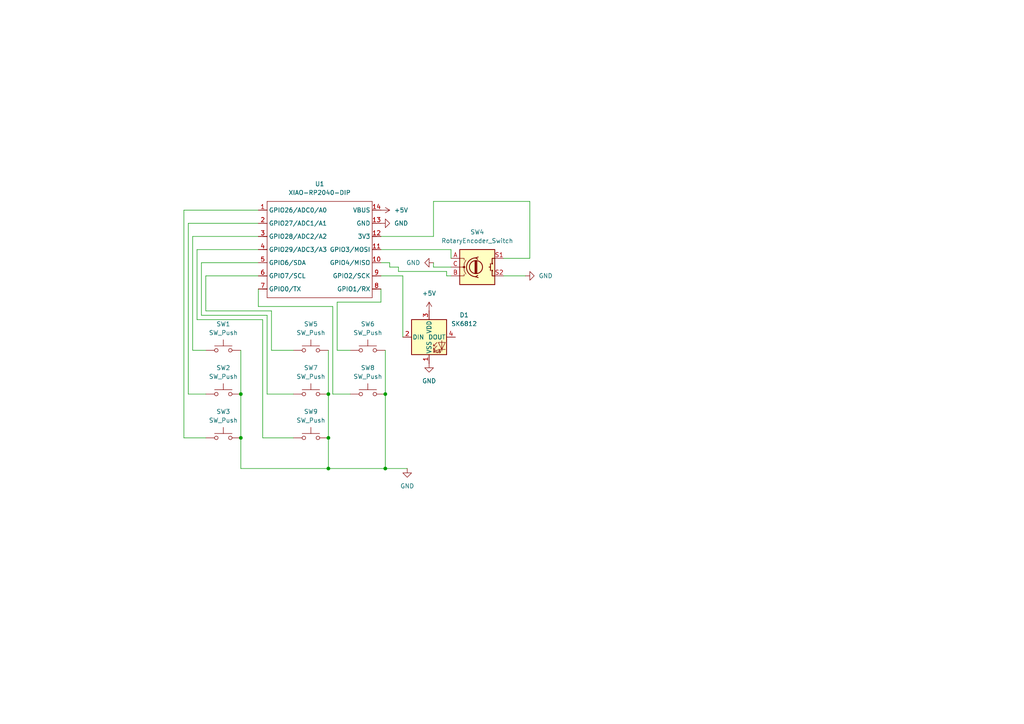
<source format=kicad_sch>
(kicad_sch
	(version 20250114)
	(generator "eeschema")
	(generator_version "9.0")
	(uuid "633350a2-a536-445d-9605-1b51355e1d40")
	(paper "A4")
	(lib_symbols
		(symbol "Device:RotaryEncoder_Switch"
			(pin_names
				(offset 0.254)
				(hide yes)
			)
			(exclude_from_sim no)
			(in_bom yes)
			(on_board yes)
			(property "Reference" "SW"
				(at 0 6.604 0)
				(effects
					(font
						(size 1.27 1.27)
					)
				)
			)
			(property "Value" "RotaryEncoder_Switch"
				(at 0 -6.604 0)
				(effects
					(font
						(size 1.27 1.27)
					)
				)
			)
			(property "Footprint" ""
				(at -3.81 4.064 0)
				(effects
					(font
						(size 1.27 1.27)
					)
					(hide yes)
				)
			)
			(property "Datasheet" "~"
				(at 0 6.604 0)
				(effects
					(font
						(size 1.27 1.27)
					)
					(hide yes)
				)
			)
			(property "Description" "Rotary encoder, dual channel, incremental quadrate outputs, with switch"
				(at 0 0 0)
				(effects
					(font
						(size 1.27 1.27)
					)
					(hide yes)
				)
			)
			(property "ki_keywords" "rotary switch encoder switch push button"
				(at 0 0 0)
				(effects
					(font
						(size 1.27 1.27)
					)
					(hide yes)
				)
			)
			(property "ki_fp_filters" "RotaryEncoder*Switch*"
				(at 0 0 0)
				(effects
					(font
						(size 1.27 1.27)
					)
					(hide yes)
				)
			)
			(symbol "RotaryEncoder_Switch_0_1"
				(rectangle
					(start -5.08 5.08)
					(end 5.08 -5.08)
					(stroke
						(width 0.254)
						(type default)
					)
					(fill
						(type background)
					)
				)
				(polyline
					(pts
						(xy -5.08 2.54) (xy -3.81 2.54) (xy -3.81 2.032)
					)
					(stroke
						(width 0)
						(type default)
					)
					(fill
						(type none)
					)
				)
				(polyline
					(pts
						(xy -5.08 0) (xy -3.81 0) (xy -3.81 -1.016) (xy -3.302 -2.032)
					)
					(stroke
						(width 0)
						(type default)
					)
					(fill
						(type none)
					)
				)
				(polyline
					(pts
						(xy -5.08 -2.54) (xy -3.81 -2.54) (xy -3.81 -2.032)
					)
					(stroke
						(width 0)
						(type default)
					)
					(fill
						(type none)
					)
				)
				(polyline
					(pts
						(xy -4.318 0) (xy -3.81 0) (xy -3.81 1.016) (xy -3.302 2.032)
					)
					(stroke
						(width 0)
						(type default)
					)
					(fill
						(type none)
					)
				)
				(circle
					(center -3.81 0)
					(radius 0.254)
					(stroke
						(width 0)
						(type default)
					)
					(fill
						(type outline)
					)
				)
				(polyline
					(pts
						(xy -0.635 -1.778) (xy -0.635 1.778)
					)
					(stroke
						(width 0.254)
						(type default)
					)
					(fill
						(type none)
					)
				)
				(circle
					(center -0.381 0)
					(radius 1.905)
					(stroke
						(width 0.254)
						(type default)
					)
					(fill
						(type none)
					)
				)
				(polyline
					(pts
						(xy -0.381 -1.778) (xy -0.381 1.778)
					)
					(stroke
						(width 0.254)
						(type default)
					)
					(fill
						(type none)
					)
				)
				(arc
					(start -0.381 -2.794)
					(mid -3.0988 -0.0635)
					(end -0.381 2.667)
					(stroke
						(width 0.254)
						(type default)
					)
					(fill
						(type none)
					)
				)
				(polyline
					(pts
						(xy -0.127 1.778) (xy -0.127 -1.778)
					)
					(stroke
						(width 0.254)
						(type default)
					)
					(fill
						(type none)
					)
				)
				(polyline
					(pts
						(xy 0.254 2.921) (xy -0.508 2.667) (xy 0.127 2.286)
					)
					(stroke
						(width 0.254)
						(type default)
					)
					(fill
						(type none)
					)
				)
				(polyline
					(pts
						(xy 0.254 -3.048) (xy -0.508 -2.794) (xy 0.127 -2.413)
					)
					(stroke
						(width 0.254)
						(type default)
					)
					(fill
						(type none)
					)
				)
				(polyline
					(pts
						(xy 3.81 1.016) (xy 3.81 -1.016)
					)
					(stroke
						(width 0.254)
						(type default)
					)
					(fill
						(type none)
					)
				)
				(polyline
					(pts
						(xy 3.81 0) (xy 3.429 0)
					)
					(stroke
						(width 0.254)
						(type default)
					)
					(fill
						(type none)
					)
				)
				(circle
					(center 4.318 1.016)
					(radius 0.127)
					(stroke
						(width 0.254)
						(type default)
					)
					(fill
						(type none)
					)
				)
				(circle
					(center 4.318 -1.016)
					(radius 0.127)
					(stroke
						(width 0.254)
						(type default)
					)
					(fill
						(type none)
					)
				)
				(polyline
					(pts
						(xy 5.08 2.54) (xy 4.318 2.54) (xy 4.318 1.016)
					)
					(stroke
						(width 0.254)
						(type default)
					)
					(fill
						(type none)
					)
				)
				(polyline
					(pts
						(xy 5.08 -2.54) (xy 4.318 -2.54) (xy 4.318 -1.016)
					)
					(stroke
						(width 0.254)
						(type default)
					)
					(fill
						(type none)
					)
				)
			)
			(symbol "RotaryEncoder_Switch_1_1"
				(pin passive line
					(at -7.62 2.54 0)
					(length 2.54)
					(name "A"
						(effects
							(font
								(size 1.27 1.27)
							)
						)
					)
					(number "A"
						(effects
							(font
								(size 1.27 1.27)
							)
						)
					)
				)
				(pin passive line
					(at -7.62 0 0)
					(length 2.54)
					(name "C"
						(effects
							(font
								(size 1.27 1.27)
							)
						)
					)
					(number "C"
						(effects
							(font
								(size 1.27 1.27)
							)
						)
					)
				)
				(pin passive line
					(at -7.62 -2.54 0)
					(length 2.54)
					(name "B"
						(effects
							(font
								(size 1.27 1.27)
							)
						)
					)
					(number "B"
						(effects
							(font
								(size 1.27 1.27)
							)
						)
					)
				)
				(pin passive line
					(at 7.62 2.54 180)
					(length 2.54)
					(name "S1"
						(effects
							(font
								(size 1.27 1.27)
							)
						)
					)
					(number "S1"
						(effects
							(font
								(size 1.27 1.27)
							)
						)
					)
				)
				(pin passive line
					(at 7.62 -2.54 180)
					(length 2.54)
					(name "S2"
						(effects
							(font
								(size 1.27 1.27)
							)
						)
					)
					(number "S2"
						(effects
							(font
								(size 1.27 1.27)
							)
						)
					)
				)
			)
			(embedded_fonts no)
		)
		(symbol "LED:SK6812"
			(pin_names
				(offset 0.254)
			)
			(exclude_from_sim no)
			(in_bom yes)
			(on_board yes)
			(property "Reference" "D"
				(at 5.08 5.715 0)
				(effects
					(font
						(size 1.27 1.27)
					)
					(justify right bottom)
				)
			)
			(property "Value" "SK6812"
				(at 1.27 -5.715 0)
				(effects
					(font
						(size 1.27 1.27)
					)
					(justify left top)
				)
			)
			(property "Footprint" "LED_SMD:LED_SK6812_PLCC4_5.0x5.0mm_P3.2mm"
				(at 1.27 -7.62 0)
				(effects
					(font
						(size 1.27 1.27)
					)
					(justify left top)
					(hide yes)
				)
			)
			(property "Datasheet" "https://cdn-shop.adafruit.com/product-files/1138/SK6812+LED+datasheet+.pdf"
				(at 2.54 -9.525 0)
				(effects
					(font
						(size 1.27 1.27)
					)
					(justify left top)
					(hide yes)
				)
			)
			(property "Description" "RGB LED with integrated controller"
				(at 0 0 0)
				(effects
					(font
						(size 1.27 1.27)
					)
					(hide yes)
				)
			)
			(property "ki_keywords" "RGB LED NeoPixel addressable"
				(at 0 0 0)
				(effects
					(font
						(size 1.27 1.27)
					)
					(hide yes)
				)
			)
			(property "ki_fp_filters" "LED*SK6812*PLCC*5.0x5.0mm*P3.2mm*"
				(at 0 0 0)
				(effects
					(font
						(size 1.27 1.27)
					)
					(hide yes)
				)
			)
			(symbol "SK6812_0_0"
				(text "RGB"
					(at 2.286 -4.191 0)
					(effects
						(font
							(size 0.762 0.762)
						)
					)
				)
			)
			(symbol "SK6812_0_1"
				(polyline
					(pts
						(xy 1.27 -2.54) (xy 1.778 -2.54)
					)
					(stroke
						(width 0)
						(type default)
					)
					(fill
						(type none)
					)
				)
				(polyline
					(pts
						(xy 1.27 -3.556) (xy 1.778 -3.556)
					)
					(stroke
						(width 0)
						(type default)
					)
					(fill
						(type none)
					)
				)
				(polyline
					(pts
						(xy 2.286 -1.524) (xy 1.27 -2.54) (xy 1.27 -2.032)
					)
					(stroke
						(width 0)
						(type default)
					)
					(fill
						(type none)
					)
				)
				(polyline
					(pts
						(xy 2.286 -2.54) (xy 1.27 -3.556) (xy 1.27 -3.048)
					)
					(stroke
						(width 0)
						(type default)
					)
					(fill
						(type none)
					)
				)
				(polyline
					(pts
						(xy 3.683 -1.016) (xy 3.683 -3.556) (xy 3.683 -4.064)
					)
					(stroke
						(width 0)
						(type default)
					)
					(fill
						(type none)
					)
				)
				(polyline
					(pts
						(xy 4.699 -1.524) (xy 2.667 -1.524) (xy 3.683 -3.556) (xy 4.699 -1.524)
					)
					(stroke
						(width 0)
						(type default)
					)
					(fill
						(type none)
					)
				)
				(polyline
					(pts
						(xy 4.699 -3.556) (xy 2.667 -3.556)
					)
					(stroke
						(width 0)
						(type default)
					)
					(fill
						(type none)
					)
				)
				(rectangle
					(start 5.08 5.08)
					(end -5.08 -5.08)
					(stroke
						(width 0.254)
						(type default)
					)
					(fill
						(type background)
					)
				)
			)
			(symbol "SK6812_1_1"
				(pin input line
					(at -7.62 0 0)
					(length 2.54)
					(name "DIN"
						(effects
							(font
								(size 1.27 1.27)
							)
						)
					)
					(number "2"
						(effects
							(font
								(size 1.27 1.27)
							)
						)
					)
				)
				(pin power_in line
					(at 0 7.62 270)
					(length 2.54)
					(name "VDD"
						(effects
							(font
								(size 1.27 1.27)
							)
						)
					)
					(number "3"
						(effects
							(font
								(size 1.27 1.27)
							)
						)
					)
				)
				(pin power_in line
					(at 0 -7.62 90)
					(length 2.54)
					(name "VSS"
						(effects
							(font
								(size 1.27 1.27)
							)
						)
					)
					(number "1"
						(effects
							(font
								(size 1.27 1.27)
							)
						)
					)
				)
				(pin output line
					(at 7.62 0 180)
					(length 2.54)
					(name "DOUT"
						(effects
							(font
								(size 1.27 1.27)
							)
						)
					)
					(number "4"
						(effects
							(font
								(size 1.27 1.27)
							)
						)
					)
				)
			)
			(embedded_fonts no)
		)
		(symbol "OPL:XIAO-RP2040-DIP"
			(exclude_from_sim no)
			(in_bom yes)
			(on_board yes)
			(property "Reference" "U"
				(at 0 0 0)
				(effects
					(font
						(size 1.27 1.27)
					)
				)
			)
			(property "Value" "XIAO-RP2040-DIP"
				(at 5.334 -1.778 0)
				(effects
					(font
						(size 1.27 1.27)
					)
				)
			)
			(property "Footprint" "Module:MOUDLE14P-XIAO-DIP-SMD"
				(at 14.478 -32.258 0)
				(effects
					(font
						(size 1.27 1.27)
					)
					(hide yes)
				)
			)
			(property "Datasheet" ""
				(at 0 0 0)
				(effects
					(font
						(size 1.27 1.27)
					)
					(hide yes)
				)
			)
			(property "Description" ""
				(at 0 0 0)
				(effects
					(font
						(size 1.27 1.27)
					)
					(hide yes)
				)
			)
			(symbol "XIAO-RP2040-DIP_1_0"
				(polyline
					(pts
						(xy -1.27 -2.54) (xy 29.21 -2.54)
					)
					(stroke
						(width 0.1524)
						(type solid)
					)
					(fill
						(type none)
					)
				)
				(polyline
					(pts
						(xy -1.27 -5.08) (xy -2.54 -5.08)
					)
					(stroke
						(width 0.1524)
						(type solid)
					)
					(fill
						(type none)
					)
				)
				(polyline
					(pts
						(xy -1.27 -5.08) (xy -1.27 -2.54)
					)
					(stroke
						(width 0.1524)
						(type solid)
					)
					(fill
						(type none)
					)
				)
				(polyline
					(pts
						(xy -1.27 -8.89) (xy -2.54 -8.89)
					)
					(stroke
						(width 0.1524)
						(type solid)
					)
					(fill
						(type none)
					)
				)
				(polyline
					(pts
						(xy -1.27 -8.89) (xy -1.27 -5.08)
					)
					(stroke
						(width 0.1524)
						(type solid)
					)
					(fill
						(type none)
					)
				)
				(polyline
					(pts
						(xy -1.27 -12.7) (xy -2.54 -12.7)
					)
					(stroke
						(width 0.1524)
						(type solid)
					)
					(fill
						(type none)
					)
				)
				(polyline
					(pts
						(xy -1.27 -12.7) (xy -1.27 -8.89)
					)
					(stroke
						(width 0.1524)
						(type solid)
					)
					(fill
						(type none)
					)
				)
				(polyline
					(pts
						(xy -1.27 -16.51) (xy -2.54 -16.51)
					)
					(stroke
						(width 0.1524)
						(type solid)
					)
					(fill
						(type none)
					)
				)
				(polyline
					(pts
						(xy -1.27 -16.51) (xy -1.27 -12.7)
					)
					(stroke
						(width 0.1524)
						(type solid)
					)
					(fill
						(type none)
					)
				)
				(polyline
					(pts
						(xy -1.27 -20.32) (xy -2.54 -20.32)
					)
					(stroke
						(width 0.1524)
						(type solid)
					)
					(fill
						(type none)
					)
				)
				(polyline
					(pts
						(xy -1.27 -24.13) (xy -2.54 -24.13)
					)
					(stroke
						(width 0.1524)
						(type solid)
					)
					(fill
						(type none)
					)
				)
				(polyline
					(pts
						(xy -1.27 -27.94) (xy -2.54 -27.94)
					)
					(stroke
						(width 0.1524)
						(type solid)
					)
					(fill
						(type none)
					)
				)
				(polyline
					(pts
						(xy -1.27 -30.48) (xy -1.27 -16.51)
					)
					(stroke
						(width 0.1524)
						(type solid)
					)
					(fill
						(type none)
					)
				)
				(polyline
					(pts
						(xy 29.21 -2.54) (xy 29.21 -5.08)
					)
					(stroke
						(width 0.1524)
						(type solid)
					)
					(fill
						(type none)
					)
				)
				(polyline
					(pts
						(xy 29.21 -5.08) (xy 29.21 -8.89)
					)
					(stroke
						(width 0.1524)
						(type solid)
					)
					(fill
						(type none)
					)
				)
				(polyline
					(pts
						(xy 29.21 -8.89) (xy 29.21 -12.7)
					)
					(stroke
						(width 0.1524)
						(type solid)
					)
					(fill
						(type none)
					)
				)
				(polyline
					(pts
						(xy 29.21 -12.7) (xy 29.21 -30.48)
					)
					(stroke
						(width 0.1524)
						(type solid)
					)
					(fill
						(type none)
					)
				)
				(polyline
					(pts
						(xy 29.21 -30.48) (xy -1.27 -30.48)
					)
					(stroke
						(width 0.1524)
						(type solid)
					)
					(fill
						(type none)
					)
				)
				(polyline
					(pts
						(xy 30.48 -5.08) (xy 29.21 -5.08)
					)
					(stroke
						(width 0.1524)
						(type solid)
					)
					(fill
						(type none)
					)
				)
				(polyline
					(pts
						(xy 30.48 -8.89) (xy 29.21 -8.89)
					)
					(stroke
						(width 0.1524)
						(type solid)
					)
					(fill
						(type none)
					)
				)
				(polyline
					(pts
						(xy 30.48 -12.7) (xy 29.21 -12.7)
					)
					(stroke
						(width 0.1524)
						(type solid)
					)
					(fill
						(type none)
					)
				)
				(polyline
					(pts
						(xy 30.48 -16.51) (xy 29.21 -16.51)
					)
					(stroke
						(width 0.1524)
						(type solid)
					)
					(fill
						(type none)
					)
				)
				(polyline
					(pts
						(xy 30.48 -20.32) (xy 29.21 -20.32)
					)
					(stroke
						(width 0.1524)
						(type solid)
					)
					(fill
						(type none)
					)
				)
				(polyline
					(pts
						(xy 30.48 -24.13) (xy 29.21 -24.13)
					)
					(stroke
						(width 0.1524)
						(type solid)
					)
					(fill
						(type none)
					)
				)
				(polyline
					(pts
						(xy 30.48 -27.94) (xy 29.21 -27.94)
					)
					(stroke
						(width 0.1524)
						(type solid)
					)
					(fill
						(type none)
					)
				)
				(pin passive line
					(at -3.81 -5.08 0)
					(length 2.54)
					(name "GPIO26/ADC0/A0"
						(effects
							(font
								(size 1.27 1.27)
							)
						)
					)
					(number "1"
						(effects
							(font
								(size 1.27 1.27)
							)
						)
					)
				)
				(pin passive line
					(at -3.81 -8.89 0)
					(length 2.54)
					(name "GPIO27/ADC1/A1"
						(effects
							(font
								(size 1.27 1.27)
							)
						)
					)
					(number "2"
						(effects
							(font
								(size 1.27 1.27)
							)
						)
					)
				)
				(pin passive line
					(at -3.81 -12.7 0)
					(length 2.54)
					(name "GPIO28/ADC2/A2"
						(effects
							(font
								(size 1.27 1.27)
							)
						)
					)
					(number "3"
						(effects
							(font
								(size 1.27 1.27)
							)
						)
					)
				)
				(pin passive line
					(at -3.81 -16.51 0)
					(length 2.54)
					(name "GPIO29/ADC3/A3"
						(effects
							(font
								(size 1.27 1.27)
							)
						)
					)
					(number "4"
						(effects
							(font
								(size 1.27 1.27)
							)
						)
					)
				)
				(pin passive line
					(at -3.81 -20.32 0)
					(length 2.54)
					(name "GPIO6/SDA"
						(effects
							(font
								(size 1.27 1.27)
							)
						)
					)
					(number "5"
						(effects
							(font
								(size 1.27 1.27)
							)
						)
					)
				)
				(pin passive line
					(at -3.81 -24.13 0)
					(length 2.54)
					(name "GPIO7/SCL"
						(effects
							(font
								(size 1.27 1.27)
							)
						)
					)
					(number "6"
						(effects
							(font
								(size 1.27 1.27)
							)
						)
					)
				)
				(pin passive line
					(at -3.81 -27.94 0)
					(length 2.54)
					(name "GPIO0/TX"
						(effects
							(font
								(size 1.27 1.27)
							)
						)
					)
					(number "7"
						(effects
							(font
								(size 1.27 1.27)
							)
						)
					)
				)
				(pin passive line
					(at 31.75 -5.08 180)
					(length 2.54)
					(name "VBUS"
						(effects
							(font
								(size 1.27 1.27)
							)
						)
					)
					(number "14"
						(effects
							(font
								(size 1.27 1.27)
							)
						)
					)
				)
				(pin passive line
					(at 31.75 -8.89 180)
					(length 2.54)
					(name "GND"
						(effects
							(font
								(size 1.27 1.27)
							)
						)
					)
					(number "13"
						(effects
							(font
								(size 1.27 1.27)
							)
						)
					)
				)
				(pin passive line
					(at 31.75 -12.7 180)
					(length 2.54)
					(name "3V3"
						(effects
							(font
								(size 1.27 1.27)
							)
						)
					)
					(number "12"
						(effects
							(font
								(size 1.27 1.27)
							)
						)
					)
				)
				(pin passive line
					(at 31.75 -16.51 180)
					(length 2.54)
					(name "GPIO3/MOSI"
						(effects
							(font
								(size 1.27 1.27)
							)
						)
					)
					(number "11"
						(effects
							(font
								(size 1.27 1.27)
							)
						)
					)
				)
				(pin passive line
					(at 31.75 -20.32 180)
					(length 2.54)
					(name "GPIO4/MISO"
						(effects
							(font
								(size 1.27 1.27)
							)
						)
					)
					(number "10"
						(effects
							(font
								(size 1.27 1.27)
							)
						)
					)
				)
				(pin passive line
					(at 31.75 -24.13 180)
					(length 2.54)
					(name "GPIO2/SCK"
						(effects
							(font
								(size 1.27 1.27)
							)
						)
					)
					(number "9"
						(effects
							(font
								(size 1.27 1.27)
							)
						)
					)
				)
				(pin passive line
					(at 31.75 -27.94 180)
					(length 2.54)
					(name "GPIO1/RX"
						(effects
							(font
								(size 1.27 1.27)
							)
						)
					)
					(number "8"
						(effects
							(font
								(size 1.27 1.27)
							)
						)
					)
				)
			)
			(embedded_fonts no)
		)
		(symbol "Switch:SW_Push"
			(pin_numbers
				(hide yes)
			)
			(pin_names
				(offset 1.016)
				(hide yes)
			)
			(exclude_from_sim no)
			(in_bom yes)
			(on_board yes)
			(property "Reference" "SW"
				(at 1.27 2.54 0)
				(effects
					(font
						(size 1.27 1.27)
					)
					(justify left)
				)
			)
			(property "Value" "SW_Push"
				(at 0 -1.524 0)
				(effects
					(font
						(size 1.27 1.27)
					)
				)
			)
			(property "Footprint" ""
				(at 0 5.08 0)
				(effects
					(font
						(size 1.27 1.27)
					)
					(hide yes)
				)
			)
			(property "Datasheet" "~"
				(at 0 5.08 0)
				(effects
					(font
						(size 1.27 1.27)
					)
					(hide yes)
				)
			)
			(property "Description" "Push button switch, generic, two pins"
				(at 0 0 0)
				(effects
					(font
						(size 1.27 1.27)
					)
					(hide yes)
				)
			)
			(property "ki_keywords" "switch normally-open pushbutton push-button"
				(at 0 0 0)
				(effects
					(font
						(size 1.27 1.27)
					)
					(hide yes)
				)
			)
			(symbol "SW_Push_0_1"
				(circle
					(center -2.032 0)
					(radius 0.508)
					(stroke
						(width 0)
						(type default)
					)
					(fill
						(type none)
					)
				)
				(polyline
					(pts
						(xy 0 1.27) (xy 0 3.048)
					)
					(stroke
						(width 0)
						(type default)
					)
					(fill
						(type none)
					)
				)
				(circle
					(center 2.032 0)
					(radius 0.508)
					(stroke
						(width 0)
						(type default)
					)
					(fill
						(type none)
					)
				)
				(polyline
					(pts
						(xy 2.54 1.27) (xy -2.54 1.27)
					)
					(stroke
						(width 0)
						(type default)
					)
					(fill
						(type none)
					)
				)
				(pin passive line
					(at -5.08 0 0)
					(length 2.54)
					(name "1"
						(effects
							(font
								(size 1.27 1.27)
							)
						)
					)
					(number "1"
						(effects
							(font
								(size 1.27 1.27)
							)
						)
					)
				)
				(pin passive line
					(at 5.08 0 180)
					(length 2.54)
					(name "2"
						(effects
							(font
								(size 1.27 1.27)
							)
						)
					)
					(number "2"
						(effects
							(font
								(size 1.27 1.27)
							)
						)
					)
				)
			)
			(embedded_fonts no)
		)
		(symbol "power:+5V"
			(power)
			(pin_numbers
				(hide yes)
			)
			(pin_names
				(offset 0)
				(hide yes)
			)
			(exclude_from_sim no)
			(in_bom yes)
			(on_board yes)
			(property "Reference" "#PWR"
				(at 0 -3.81 0)
				(effects
					(font
						(size 1.27 1.27)
					)
					(hide yes)
				)
			)
			(property "Value" "+5V"
				(at 0 3.556 0)
				(effects
					(font
						(size 1.27 1.27)
					)
				)
			)
			(property "Footprint" ""
				(at 0 0 0)
				(effects
					(font
						(size 1.27 1.27)
					)
					(hide yes)
				)
			)
			(property "Datasheet" ""
				(at 0 0 0)
				(effects
					(font
						(size 1.27 1.27)
					)
					(hide yes)
				)
			)
			(property "Description" "Power symbol creates a global label with name \"+5V\""
				(at 0 0 0)
				(effects
					(font
						(size 1.27 1.27)
					)
					(hide yes)
				)
			)
			(property "ki_keywords" "global power"
				(at 0 0 0)
				(effects
					(font
						(size 1.27 1.27)
					)
					(hide yes)
				)
			)
			(symbol "+5V_0_1"
				(polyline
					(pts
						(xy -0.762 1.27) (xy 0 2.54)
					)
					(stroke
						(width 0)
						(type default)
					)
					(fill
						(type none)
					)
				)
				(polyline
					(pts
						(xy 0 2.54) (xy 0.762 1.27)
					)
					(stroke
						(width 0)
						(type default)
					)
					(fill
						(type none)
					)
				)
				(polyline
					(pts
						(xy 0 0) (xy 0 2.54)
					)
					(stroke
						(width 0)
						(type default)
					)
					(fill
						(type none)
					)
				)
			)
			(symbol "+5V_1_1"
				(pin power_in line
					(at 0 0 90)
					(length 0)
					(name "~"
						(effects
							(font
								(size 1.27 1.27)
							)
						)
					)
					(number "1"
						(effects
							(font
								(size 1.27 1.27)
							)
						)
					)
				)
			)
			(embedded_fonts no)
		)
		(symbol "power:GND"
			(power)
			(pin_numbers
				(hide yes)
			)
			(pin_names
				(offset 0)
				(hide yes)
			)
			(exclude_from_sim no)
			(in_bom yes)
			(on_board yes)
			(property "Reference" "#PWR"
				(at 0 -6.35 0)
				(effects
					(font
						(size 1.27 1.27)
					)
					(hide yes)
				)
			)
			(property "Value" "GND"
				(at 0 -3.81 0)
				(effects
					(font
						(size 1.27 1.27)
					)
				)
			)
			(property "Footprint" ""
				(at 0 0 0)
				(effects
					(font
						(size 1.27 1.27)
					)
					(hide yes)
				)
			)
			(property "Datasheet" ""
				(at 0 0 0)
				(effects
					(font
						(size 1.27 1.27)
					)
					(hide yes)
				)
			)
			(property "Description" "Power symbol creates a global label with name \"GND\" , ground"
				(at 0 0 0)
				(effects
					(font
						(size 1.27 1.27)
					)
					(hide yes)
				)
			)
			(property "ki_keywords" "global power"
				(at 0 0 0)
				(effects
					(font
						(size 1.27 1.27)
					)
					(hide yes)
				)
			)
			(symbol "GND_0_1"
				(polyline
					(pts
						(xy 0 0) (xy 0 -1.27) (xy 1.27 -1.27) (xy 0 -2.54) (xy -1.27 -1.27) (xy 0 -1.27)
					)
					(stroke
						(width 0)
						(type default)
					)
					(fill
						(type none)
					)
				)
			)
			(symbol "GND_1_1"
				(pin power_in line
					(at 0 0 270)
					(length 0)
					(name "~"
						(effects
							(font
								(size 1.27 1.27)
							)
						)
					)
					(number "1"
						(effects
							(font
								(size 1.27 1.27)
							)
						)
					)
				)
			)
			(embedded_fonts no)
		)
	)
	(junction
		(at 111.76 135.89)
		(diameter 0)
		(color 0 0 0 0)
		(uuid "0427d0a7-0ce0-47b4-a8bf-80c052a7b53d")
	)
	(junction
		(at 95.25 127)
		(diameter 0)
		(color 0 0 0 0)
		(uuid "3a659d27-7d97-4747-9512-4bdba7893715")
	)
	(junction
		(at 111.76 114.3)
		(diameter 0)
		(color 0 0 0 0)
		(uuid "465da17f-368b-4057-919c-2424abe0c838")
	)
	(junction
		(at 95.25 114.3)
		(diameter 0)
		(color 0 0 0 0)
		(uuid "50a3c664-b9c8-48c5-9c39-04b6b55ec179")
	)
	(junction
		(at 95.25 135.89)
		(diameter 0)
		(color 0 0 0 0)
		(uuid "5e2748bc-2c7f-411e-9b33-0fccff142d5b")
	)
	(junction
		(at 69.85 127)
		(diameter 0)
		(color 0 0 0 0)
		(uuid "9d382498-2968-459a-b5b4-5e567e51809e")
	)
	(junction
		(at 69.85 114.3)
		(diameter 0)
		(color 0 0 0 0)
		(uuid "b3938ada-01e1-4b4b-9ad9-b943e1bf297d")
	)
	(wire
		(pts
			(xy 146.05 80.01) (xy 152.4 80.01)
		)
		(stroke
			(width 0)
			(type default)
		)
		(uuid "00eabceb-6bd2-4b9f-908f-611fc8873a24")
	)
	(wire
		(pts
			(xy 57.15 92.71) (xy 57.15 72.39)
		)
		(stroke
			(width 0)
			(type default)
		)
		(uuid "01eb4eff-122b-42d9-9794-de428028076f")
	)
	(wire
		(pts
			(xy 74.93 68.58) (xy 55.88 68.58)
		)
		(stroke
			(width 0)
			(type default)
		)
		(uuid "03d6e431-6808-47f7-87f9-1ea66e426fdb")
	)
	(wire
		(pts
			(xy 130.81 72.39) (xy 110.49 72.39)
		)
		(stroke
			(width 0)
			(type default)
		)
		(uuid "11accd9d-1003-43f8-9211-d501a000098e")
	)
	(wire
		(pts
			(xy 97.79 101.6) (xy 101.6 101.6)
		)
		(stroke
			(width 0)
			(type default)
		)
		(uuid "130a723e-42d4-4c15-b6e6-e1328f85b158")
	)
	(wire
		(pts
			(xy 58.42 76.2) (xy 58.42 91.44)
		)
		(stroke
			(width 0)
			(type default)
		)
		(uuid "1bd1027c-5b05-4563-bd1f-a2437d254b71")
	)
	(wire
		(pts
			(xy 110.49 83.82) (xy 110.49 87.63)
		)
		(stroke
			(width 0)
			(type default)
		)
		(uuid "1e80dd75-70db-41fa-be92-7198598eb00b")
	)
	(wire
		(pts
			(xy 96.52 88.9) (xy 96.52 114.3)
		)
		(stroke
			(width 0)
			(type default)
		)
		(uuid "216235d4-cf7d-4250-9b2c-83778de1aac3")
	)
	(wire
		(pts
			(xy 76.2 127) (xy 76.2 92.71)
		)
		(stroke
			(width 0)
			(type default)
		)
		(uuid "2afea753-e03f-4e7c-ae34-9f28f87074d0")
	)
	(wire
		(pts
			(xy 74.93 64.77) (xy 54.61 64.77)
		)
		(stroke
			(width 0)
			(type default)
		)
		(uuid "2bb28519-07f8-43a3-a69f-239ea0db5115")
	)
	(wire
		(pts
			(xy 130.81 77.47) (xy 125.73 77.47)
		)
		(stroke
			(width 0)
			(type default)
		)
		(uuid "2ca88e5b-d1ad-49dd-9883-4051066f6a75")
	)
	(wire
		(pts
			(xy 113.03 76.2) (xy 113.03 77.47)
		)
		(stroke
			(width 0)
			(type default)
		)
		(uuid "3617ffca-d40a-424e-b1a0-3a9248144ac9")
	)
	(wire
		(pts
			(xy 59.69 80.01) (xy 74.93 80.01)
		)
		(stroke
			(width 0)
			(type default)
		)
		(uuid "3810aa7e-6c40-48e5-95b4-9caa8696d7ee")
	)
	(wire
		(pts
			(xy 74.93 88.9) (xy 96.52 88.9)
		)
		(stroke
			(width 0)
			(type default)
		)
		(uuid "3c93663a-68e4-4b1c-a99b-8190ab314fb3")
	)
	(wire
		(pts
			(xy 57.15 72.39) (xy 74.93 72.39)
		)
		(stroke
			(width 0)
			(type default)
		)
		(uuid "3f96037b-4623-4ff2-b74e-0f9fb43bc200")
	)
	(wire
		(pts
			(xy 55.88 68.58) (xy 55.88 101.6)
		)
		(stroke
			(width 0)
			(type default)
		)
		(uuid "487475d5-d0a3-49e7-8c16-31f30db0c8f9")
	)
	(wire
		(pts
			(xy 153.67 74.93) (xy 146.05 74.93)
		)
		(stroke
			(width 0)
			(type default)
		)
		(uuid "4b09db34-4b2e-4a91-8aa6-c67b04fa57d2")
	)
	(wire
		(pts
			(xy 53.34 60.96) (xy 53.34 127)
		)
		(stroke
			(width 0)
			(type default)
		)
		(uuid "4d6db90a-4088-49ce-9a12-cad3114f8a80")
	)
	(wire
		(pts
			(xy 129.54 78.74) (xy 129.54 80.01)
		)
		(stroke
			(width 0)
			(type default)
		)
		(uuid "4f6c8395-21ca-4b46-a744-66f85fe79be2")
	)
	(wire
		(pts
			(xy 85.09 101.6) (xy 78.74 101.6)
		)
		(stroke
			(width 0)
			(type default)
		)
		(uuid "51ac45b0-5803-42a0-ae03-74df64a5afd3")
	)
	(wire
		(pts
			(xy 97.79 87.63) (xy 97.79 101.6)
		)
		(stroke
			(width 0)
			(type default)
		)
		(uuid "526727cc-e3e4-4412-b02b-f7b62173ba6f")
	)
	(wire
		(pts
			(xy 53.34 127) (xy 59.69 127)
		)
		(stroke
			(width 0)
			(type default)
		)
		(uuid "53d41b14-567a-4074-acc5-4a792e746f57")
	)
	(wire
		(pts
			(xy 95.25 135.89) (xy 111.76 135.89)
		)
		(stroke
			(width 0)
			(type default)
		)
		(uuid "591440a1-30f5-43b9-afd7-c5a540061e6a")
	)
	(wire
		(pts
			(xy 95.25 114.3) (xy 95.25 127)
		)
		(stroke
			(width 0)
			(type default)
		)
		(uuid "5ca5f705-ceae-4144-beea-79e2eb210902")
	)
	(wire
		(pts
			(xy 74.93 60.96) (xy 53.34 60.96)
		)
		(stroke
			(width 0)
			(type default)
		)
		(uuid "5fa5aa1d-5380-48ba-aae7-dea8248703be")
	)
	(wire
		(pts
			(xy 153.67 58.42) (xy 153.67 74.93)
		)
		(stroke
			(width 0)
			(type default)
		)
		(uuid "61a91060-3023-417f-a7ad-36f9bbe512f4")
	)
	(wire
		(pts
			(xy 78.74 101.6) (xy 78.74 90.17)
		)
		(stroke
			(width 0)
			(type default)
		)
		(uuid "69f94f2e-a3d1-402a-9ff0-b6c825d57486")
	)
	(wire
		(pts
			(xy 77.47 91.44) (xy 77.47 114.3)
		)
		(stroke
			(width 0)
			(type default)
		)
		(uuid "6d61cf6d-622f-4731-be95-f903a06d74c6")
	)
	(wire
		(pts
			(xy 129.54 80.01) (xy 130.81 80.01)
		)
		(stroke
			(width 0)
			(type default)
		)
		(uuid "6db950bd-cab1-44de-a439-59fd4ecd04d4")
	)
	(wire
		(pts
			(xy 55.88 101.6) (xy 59.69 101.6)
		)
		(stroke
			(width 0)
			(type default)
		)
		(uuid "6ebf2211-7fc3-41ed-9030-58efe59a0950")
	)
	(wire
		(pts
			(xy 74.93 76.2) (xy 58.42 76.2)
		)
		(stroke
			(width 0)
			(type default)
		)
		(uuid "7037e519-daf9-42e0-82c6-da362829aea9")
	)
	(wire
		(pts
			(xy 74.93 83.82) (xy 74.93 88.9)
		)
		(stroke
			(width 0)
			(type default)
		)
		(uuid "7098c906-ef47-499b-836b-b43a1348e233")
	)
	(wire
		(pts
			(xy 130.81 74.93) (xy 130.81 72.39)
		)
		(stroke
			(width 0)
			(type default)
		)
		(uuid "722fe232-da4d-46d7-bf28-7cf74b8bfc54")
	)
	(wire
		(pts
			(xy 115.57 78.74) (xy 129.54 78.74)
		)
		(stroke
			(width 0)
			(type default)
		)
		(uuid "79d2f8de-6af9-4502-9423-e0d97b2ea6d7")
	)
	(wire
		(pts
			(xy 110.49 87.63) (xy 97.79 87.63)
		)
		(stroke
			(width 0)
			(type default)
		)
		(uuid "82b4cee8-ac8b-4497-bc2e-ac607370e5f8")
	)
	(wire
		(pts
			(xy 115.57 77.47) (xy 115.57 78.74)
		)
		(stroke
			(width 0)
			(type default)
		)
		(uuid "84309686-a97a-48eb-9942-a1023e6d061f")
	)
	(wire
		(pts
			(xy 54.61 64.77) (xy 54.61 114.3)
		)
		(stroke
			(width 0)
			(type default)
		)
		(uuid "844ea328-2e05-46ce-9760-8617ee52a4f2")
	)
	(wire
		(pts
			(xy 125.73 68.58) (xy 125.73 58.42)
		)
		(stroke
			(width 0)
			(type default)
		)
		(uuid "845bc9eb-520b-4c22-8653-22285da4aa55")
	)
	(wire
		(pts
			(xy 110.49 76.2) (xy 113.03 76.2)
		)
		(stroke
			(width 0)
			(type default)
		)
		(uuid "8dc17126-61c3-4b70-b6cc-d6b0af1d055b")
	)
	(wire
		(pts
			(xy 69.85 127) (xy 69.85 135.89)
		)
		(stroke
			(width 0)
			(type default)
		)
		(uuid "8eb17321-869e-4a2f-8815-608fb80cfa1e")
	)
	(wire
		(pts
			(xy 77.47 114.3) (xy 85.09 114.3)
		)
		(stroke
			(width 0)
			(type default)
		)
		(uuid "95d43527-64b7-4483-9896-978dfedaac72")
	)
	(wire
		(pts
			(xy 125.73 58.42) (xy 153.67 58.42)
		)
		(stroke
			(width 0)
			(type default)
		)
		(uuid "b1c9d39f-695e-4ad8-b17a-41bf5263e537")
	)
	(wire
		(pts
			(xy 54.61 114.3) (xy 59.69 114.3)
		)
		(stroke
			(width 0)
			(type default)
		)
		(uuid "b2d66036-d33d-4b83-a379-b490c8bc1fe4")
	)
	(wire
		(pts
			(xy 76.2 92.71) (xy 57.15 92.71)
		)
		(stroke
			(width 0)
			(type default)
		)
		(uuid "b4d844f8-1f8c-486f-bd14-5b973c7d637c")
	)
	(wire
		(pts
			(xy 111.76 114.3) (xy 111.76 135.89)
		)
		(stroke
			(width 0)
			(type default)
		)
		(uuid "b760e74a-94e7-47ac-bea9-3943c3e36692")
	)
	(wire
		(pts
			(xy 116.84 80.01) (xy 116.84 97.79)
		)
		(stroke
			(width 0)
			(type default)
		)
		(uuid "c532f9ad-aac9-441e-a3a0-84fc7c5942e2")
	)
	(wire
		(pts
			(xy 125.73 77.47) (xy 125.73 76.2)
		)
		(stroke
			(width 0)
			(type default)
		)
		(uuid "ca7a8c15-0aac-42ff-9bcb-7ca8798b8d2d")
	)
	(wire
		(pts
			(xy 85.09 127) (xy 76.2 127)
		)
		(stroke
			(width 0)
			(type default)
		)
		(uuid "ce17eb28-0baf-41c2-86f5-5ae1ee001e72")
	)
	(wire
		(pts
			(xy 96.52 114.3) (xy 101.6 114.3)
		)
		(stroke
			(width 0)
			(type default)
		)
		(uuid "d133c866-c9e2-4670-acdf-765655156bb9")
	)
	(wire
		(pts
			(xy 78.74 90.17) (xy 59.69 90.17)
		)
		(stroke
			(width 0)
			(type default)
		)
		(uuid "d56f87d6-90bb-4b25-8e5e-509f2c51a1da")
	)
	(wire
		(pts
			(xy 110.49 68.58) (xy 125.73 68.58)
		)
		(stroke
			(width 0)
			(type default)
		)
		(uuid "d60025ed-e401-40e5-80ab-d5f3014e95e5")
	)
	(wire
		(pts
			(xy 111.76 135.89) (xy 118.11 135.89)
		)
		(stroke
			(width 0)
			(type default)
		)
		(uuid "d6902065-a276-4375-b30c-508eaba3e78e")
	)
	(wire
		(pts
			(xy 113.03 77.47) (xy 115.57 77.47)
		)
		(stroke
			(width 0)
			(type default)
		)
		(uuid "d8d63e22-090a-4b52-b5fc-de296879e06c")
	)
	(wire
		(pts
			(xy 69.85 135.89) (xy 95.25 135.89)
		)
		(stroke
			(width 0)
			(type default)
		)
		(uuid "d8e5653b-df13-40da-9a4f-cc76cb42411d")
	)
	(wire
		(pts
			(xy 69.85 101.6) (xy 69.85 114.3)
		)
		(stroke
			(width 0)
			(type default)
		)
		(uuid "e005e0a4-5795-45cd-b763-c3f6736c48c7")
	)
	(wire
		(pts
			(xy 58.42 91.44) (xy 77.47 91.44)
		)
		(stroke
			(width 0)
			(type default)
		)
		(uuid "e6bbe71b-115c-4863-b39b-5666de0c73b5")
	)
	(wire
		(pts
			(xy 111.76 101.6) (xy 111.76 114.3)
		)
		(stroke
			(width 0)
			(type default)
		)
		(uuid "eec9d731-023f-4421-a973-acabcafc41e6")
	)
	(wire
		(pts
			(xy 69.85 114.3) (xy 69.85 127)
		)
		(stroke
			(width 0)
			(type default)
		)
		(uuid "f0c871dd-03c3-4aa4-b46e-917c2a96a49b")
	)
	(wire
		(pts
			(xy 95.25 127) (xy 95.25 135.89)
		)
		(stroke
			(width 0)
			(type default)
		)
		(uuid "f0fed1e5-342f-440a-9821-3fe0c12942d5")
	)
	(wire
		(pts
			(xy 95.25 101.6) (xy 95.25 114.3)
		)
		(stroke
			(width 0)
			(type default)
		)
		(uuid "f217460c-17ae-4e3b-90da-9afc26fc25aa")
	)
	(wire
		(pts
			(xy 110.49 80.01) (xy 116.84 80.01)
		)
		(stroke
			(width 0)
			(type default)
		)
		(uuid "f2ff2f4d-1f02-461d-a987-7bee652cd141")
	)
	(wire
		(pts
			(xy 59.69 90.17) (xy 59.69 80.01)
		)
		(stroke
			(width 0)
			(type default)
		)
		(uuid "f4a155f2-035b-431a-84fa-fc6065a52470")
	)
	(symbol
		(lib_id "Switch:SW_Push")
		(at 64.77 101.6 0)
		(unit 1)
		(exclude_from_sim no)
		(in_bom yes)
		(on_board yes)
		(dnp no)
		(fields_autoplaced yes)
		(uuid "0136337c-27e5-4ad0-b459-8352b95b2ece")
		(property "Reference" "SW1"
			(at 64.77 93.98 0)
			(effects
				(font
					(size 1.27 1.27)
				)
			)
		)
		(property "Value" "SW_Push"
			(at 64.77 96.52 0)
			(effects
				(font
					(size 1.27 1.27)
				)
			)
		)
		(property "Footprint" "Button_Switch_Keyboard:SW_Cherry_MX_1.00u_PCB"
			(at 64.77 96.52 0)
			(effects
				(font
					(size 1.27 1.27)
				)
				(hide yes)
			)
		)
		(property "Datasheet" "~"
			(at 64.77 96.52 0)
			(effects
				(font
					(size 1.27 1.27)
				)
				(hide yes)
			)
		)
		(property "Description" "Push button switch, generic, two pins"
			(at 64.77 101.6 0)
			(effects
				(font
					(size 1.27 1.27)
				)
				(hide yes)
			)
		)
		(pin "2"
			(uuid "4822a67a-b2da-41cc-9c97-da11cbb4f7d8")
		)
		(pin "1"
			(uuid "a6229b98-63f4-4342-a14a-f1f229b6257f")
		)
		(instances
			(project ""
				(path "/633350a2-a536-445d-9605-1b51355e1d40"
					(reference "SW1")
					(unit 1)
				)
			)
		)
	)
	(symbol
		(lib_id "Switch:SW_Push")
		(at 90.17 127 0)
		(unit 1)
		(exclude_from_sim no)
		(in_bom yes)
		(on_board yes)
		(dnp no)
		(fields_autoplaced yes)
		(uuid "04d42c77-4604-4a6b-b2cc-6804da5ee731")
		(property "Reference" "SW9"
			(at 90.17 119.38 0)
			(effects
				(font
					(size 1.27 1.27)
				)
			)
		)
		(property "Value" "SW_Push"
			(at 90.17 121.92 0)
			(effects
				(font
					(size 1.27 1.27)
				)
			)
		)
		(property "Footprint" "Button_Switch_Keyboard:SW_Cherry_MX_1.00u_PCB"
			(at 90.17 121.92 0)
			(effects
				(font
					(size 1.27 1.27)
				)
				(hide yes)
			)
		)
		(property "Datasheet" "~"
			(at 90.17 121.92 0)
			(effects
				(font
					(size 1.27 1.27)
				)
				(hide yes)
			)
		)
		(property "Description" "Push button switch, generic, two pins"
			(at 90.17 127 0)
			(effects
				(font
					(size 1.27 1.27)
				)
				(hide yes)
			)
		)
		(pin "1"
			(uuid "d5abcb2b-fead-484b-ba02-c3c6e1fe6c64")
		)
		(pin "2"
			(uuid "b6a20c4d-291d-41aa-bf2f-f11f97228884")
		)
		(instances
			(project ""
				(path "/633350a2-a536-445d-9605-1b51355e1d40"
					(reference "SW9")
					(unit 1)
				)
			)
		)
	)
	(symbol
		(lib_id "power:GND")
		(at 118.11 135.89 0)
		(unit 1)
		(exclude_from_sim no)
		(in_bom yes)
		(on_board yes)
		(dnp no)
		(fields_autoplaced yes)
		(uuid "0d03beaf-8cde-4d9a-9b3f-c395a474ed84")
		(property "Reference" "#PWR03"
			(at 118.11 142.24 0)
			(effects
				(font
					(size 1.27 1.27)
				)
				(hide yes)
			)
		)
		(property "Value" "GND"
			(at 118.11 140.97 0)
			(effects
				(font
					(size 1.27 1.27)
				)
			)
		)
		(property "Footprint" ""
			(at 118.11 135.89 0)
			(effects
				(font
					(size 1.27 1.27)
				)
				(hide yes)
			)
		)
		(property "Datasheet" ""
			(at 118.11 135.89 0)
			(effects
				(font
					(size 1.27 1.27)
				)
				(hide yes)
			)
		)
		(property "Description" "Power symbol creates a global label with name \"GND\" , ground"
			(at 118.11 135.89 0)
			(effects
				(font
					(size 1.27 1.27)
				)
				(hide yes)
			)
		)
		(pin "1"
			(uuid "2c84911d-d167-41d6-b747-affc1d9efcaf")
		)
		(instances
			(project ""
				(path "/633350a2-a536-445d-9605-1b51355e1d40"
					(reference "#PWR03")
					(unit 1)
				)
			)
		)
	)
	(symbol
		(lib_id "Switch:SW_Push")
		(at 90.17 114.3 0)
		(unit 1)
		(exclude_from_sim no)
		(in_bom yes)
		(on_board yes)
		(dnp no)
		(fields_autoplaced yes)
		(uuid "12a704a3-63e7-4ba3-81db-e556817fe07a")
		(property "Reference" "SW7"
			(at 90.17 106.68 0)
			(effects
				(font
					(size 1.27 1.27)
				)
			)
		)
		(property "Value" "SW_Push"
			(at 90.17 109.22 0)
			(effects
				(font
					(size 1.27 1.27)
				)
			)
		)
		(property "Footprint" "Button_Switch_Keyboard:SW_Cherry_MX_1.00u_PCB"
			(at 90.17 109.22 0)
			(effects
				(font
					(size 1.27 1.27)
				)
				(hide yes)
			)
		)
		(property "Datasheet" "~"
			(at 90.17 109.22 0)
			(effects
				(font
					(size 1.27 1.27)
				)
				(hide yes)
			)
		)
		(property "Description" "Push button switch, generic, two pins"
			(at 90.17 114.3 0)
			(effects
				(font
					(size 1.27 1.27)
				)
				(hide yes)
			)
		)
		(pin "1"
			(uuid "2b278b3d-6703-4d4d-9e4a-585b347ea8a4")
		)
		(pin "2"
			(uuid "fab5b9d1-3849-4398-b0fe-1daa20d25eff")
		)
		(instances
			(project ""
				(path "/633350a2-a536-445d-9605-1b51355e1d40"
					(reference "SW7")
					(unit 1)
				)
			)
		)
	)
	(symbol
		(lib_id "Switch:SW_Push")
		(at 106.68 114.3 0)
		(unit 1)
		(exclude_from_sim no)
		(in_bom yes)
		(on_board yes)
		(dnp no)
		(fields_autoplaced yes)
		(uuid "31962b76-44a9-493f-8108-9f91d6eaca21")
		(property "Reference" "SW8"
			(at 106.68 106.68 0)
			(effects
				(font
					(size 1.27 1.27)
				)
			)
		)
		(property "Value" "SW_Push"
			(at 106.68 109.22 0)
			(effects
				(font
					(size 1.27 1.27)
				)
			)
		)
		(property "Footprint" "Button_Switch_Keyboard:SW_Cherry_MX_1.00u_PCB"
			(at 106.68 109.22 0)
			(effects
				(font
					(size 1.27 1.27)
				)
				(hide yes)
			)
		)
		(property "Datasheet" "~"
			(at 106.68 109.22 0)
			(effects
				(font
					(size 1.27 1.27)
				)
				(hide yes)
			)
		)
		(property "Description" "Push button switch, generic, two pins"
			(at 106.68 114.3 0)
			(effects
				(font
					(size 1.27 1.27)
				)
				(hide yes)
			)
		)
		(pin "1"
			(uuid "6ebf2278-16ca-49ce-9fa3-f38f1030f0fd")
		)
		(pin "2"
			(uuid "1a7c4da9-38f8-4958-8ed4-2cd510b7e794")
		)
		(instances
			(project ""
				(path "/633350a2-a536-445d-9605-1b51355e1d40"
					(reference "SW8")
					(unit 1)
				)
			)
		)
	)
	(symbol
		(lib_id "power:+5V")
		(at 124.46 90.17 0)
		(unit 1)
		(exclude_from_sim no)
		(in_bom yes)
		(on_board yes)
		(dnp no)
		(fields_autoplaced yes)
		(uuid "5b1e6b21-dda2-4246-8ebc-f1c1635b5d83")
		(property "Reference" "#PWR04"
			(at 124.46 93.98 0)
			(effects
				(font
					(size 1.27 1.27)
				)
				(hide yes)
			)
		)
		(property "Value" "+5V"
			(at 124.46 85.09 0)
			(effects
				(font
					(size 1.27 1.27)
				)
			)
		)
		(property "Footprint" ""
			(at 124.46 90.17 0)
			(effects
				(font
					(size 1.27 1.27)
				)
				(hide yes)
			)
		)
		(property "Datasheet" ""
			(at 124.46 90.17 0)
			(effects
				(font
					(size 1.27 1.27)
				)
				(hide yes)
			)
		)
		(property "Description" "Power symbol creates a global label with name \"+5V\""
			(at 124.46 90.17 0)
			(effects
				(font
					(size 1.27 1.27)
				)
				(hide yes)
			)
		)
		(pin "1"
			(uuid "dcbfd734-afaa-49d7-b3fe-0bb365ea9a64")
		)
		(instances
			(project ""
				(path "/633350a2-a536-445d-9605-1b51355e1d40"
					(reference "#PWR04")
					(unit 1)
				)
			)
		)
	)
	(symbol
		(lib_id "Switch:SW_Push")
		(at 64.77 114.3 0)
		(unit 1)
		(exclude_from_sim no)
		(in_bom yes)
		(on_board yes)
		(dnp no)
		(fields_autoplaced yes)
		(uuid "6bcb1cf3-fd02-4dfb-b594-1f1e82c7c382")
		(property "Reference" "SW2"
			(at 64.77 106.68 0)
			(effects
				(font
					(size 1.27 1.27)
				)
			)
		)
		(property "Value" "SW_Push"
			(at 64.77 109.22 0)
			(effects
				(font
					(size 1.27 1.27)
				)
			)
		)
		(property "Footprint" "Button_Switch_Keyboard:SW_Cherry_MX_1.00u_PCB"
			(at 64.77 109.22 0)
			(effects
				(font
					(size 1.27 1.27)
				)
				(hide yes)
			)
		)
		(property "Datasheet" "~"
			(at 64.77 109.22 0)
			(effects
				(font
					(size 1.27 1.27)
				)
				(hide yes)
			)
		)
		(property "Description" "Push button switch, generic, two pins"
			(at 64.77 114.3 0)
			(effects
				(font
					(size 1.27 1.27)
				)
				(hide yes)
			)
		)
		(pin "1"
			(uuid "ba46375a-efff-4afa-97a0-3fbd889b6244")
		)
		(pin "2"
			(uuid "8ea7300e-a114-412e-bb52-9c03d44549fb")
		)
		(instances
			(project ""
				(path "/633350a2-a536-445d-9605-1b51355e1d40"
					(reference "SW2")
					(unit 1)
				)
			)
		)
	)
	(symbol
		(lib_id "power:+5V")
		(at 110.49 60.96 270)
		(unit 1)
		(exclude_from_sim no)
		(in_bom yes)
		(on_board yes)
		(dnp no)
		(fields_autoplaced yes)
		(uuid "6be85ae0-beea-49e4-89d3-9ee305742619")
		(property "Reference" "#PWR02"
			(at 106.68 60.96 0)
			(effects
				(font
					(size 1.27 1.27)
				)
				(hide yes)
			)
		)
		(property "Value" "+5V"
			(at 114.3 60.9599 90)
			(effects
				(font
					(size 1.27 1.27)
				)
				(justify left)
			)
		)
		(property "Footprint" ""
			(at 110.49 60.96 0)
			(effects
				(font
					(size 1.27 1.27)
				)
				(hide yes)
			)
		)
		(property "Datasheet" ""
			(at 110.49 60.96 0)
			(effects
				(font
					(size 1.27 1.27)
				)
				(hide yes)
			)
		)
		(property "Description" "Power symbol creates a global label with name \"+5V\""
			(at 110.49 60.96 0)
			(effects
				(font
					(size 1.27 1.27)
				)
				(hide yes)
			)
		)
		(pin "1"
			(uuid "da64b6af-cc1b-43dc-9de0-1ba16ebbb871")
		)
		(instances
			(project ""
				(path "/633350a2-a536-445d-9605-1b51355e1d40"
					(reference "#PWR02")
					(unit 1)
				)
			)
		)
	)
	(symbol
		(lib_id "power:GND")
		(at 125.73 76.2 270)
		(unit 1)
		(exclude_from_sim no)
		(in_bom yes)
		(on_board yes)
		(dnp no)
		(fields_autoplaced yes)
		(uuid "78a793e6-742a-4e53-8222-43ac2eb2a872")
		(property "Reference" "#PWR06"
			(at 119.38 76.2 0)
			(effects
				(font
					(size 1.27 1.27)
				)
				(hide yes)
			)
		)
		(property "Value" "GND"
			(at 121.92 76.1999 90)
			(effects
				(font
					(size 1.27 1.27)
				)
				(justify right)
			)
		)
		(property "Footprint" ""
			(at 125.73 76.2 0)
			(effects
				(font
					(size 1.27 1.27)
				)
				(hide yes)
			)
		)
		(property "Datasheet" ""
			(at 125.73 76.2 0)
			(effects
				(font
					(size 1.27 1.27)
				)
				(hide yes)
			)
		)
		(property "Description" "Power symbol creates a global label with name \"GND\" , ground"
			(at 125.73 76.2 0)
			(effects
				(font
					(size 1.27 1.27)
				)
				(hide yes)
			)
		)
		(pin "1"
			(uuid "e41f12b6-006b-4287-9c3f-5fbfc84a122b")
		)
		(instances
			(project ""
				(path "/633350a2-a536-445d-9605-1b51355e1d40"
					(reference "#PWR06")
					(unit 1)
				)
			)
		)
	)
	(symbol
		(lib_id "Device:RotaryEncoder_Switch")
		(at 138.43 77.47 0)
		(unit 1)
		(exclude_from_sim no)
		(in_bom yes)
		(on_board yes)
		(dnp no)
		(fields_autoplaced yes)
		(uuid "7e503d1a-30f7-4f67-b728-6e360babf2bd")
		(property "Reference" "SW4"
			(at 138.43 67.31 0)
			(effects
				(font
					(size 1.27 1.27)
				)
			)
		)
		(property "Value" "RotaryEncoder_Switch"
			(at 138.43 69.85 0)
			(effects
				(font
					(size 1.27 1.27)
				)
			)
		)
		(property "Footprint" "Rotary Encoders:RotaryEncoder_Alps_EC11E-Switch_Vertical_H20mm"
			(at 134.62 73.406 0)
			(effects
				(font
					(size 1.27 1.27)
				)
				(hide yes)
			)
		)
		(property "Datasheet" "~"
			(at 138.43 70.866 0)
			(effects
				(font
					(size 1.27 1.27)
				)
				(hide yes)
			)
		)
		(property "Description" "Rotary encoder, dual channel, incremental quadrate outputs, with switch"
			(at 138.43 77.47 0)
			(effects
				(font
					(size 1.27 1.27)
				)
				(hide yes)
			)
		)
		(pin "C"
			(uuid "0a486bad-63e3-42c8-83ef-1df45833abec")
		)
		(pin "A"
			(uuid "cef5f27e-0c1c-4c15-84e4-1cc06d15e0e3")
		)
		(pin "S2"
			(uuid "760efb19-475c-4d46-b6b8-70e896137ced")
		)
		(pin "B"
			(uuid "57f8004e-ce19-418a-bb8e-2f2aca804cf1")
		)
		(pin "S1"
			(uuid "61f928f1-9a7a-4188-a377-484eeedd3ab4")
		)
		(instances
			(project ""
				(path "/633350a2-a536-445d-9605-1b51355e1d40"
					(reference "SW4")
					(unit 1)
				)
			)
		)
	)
	(symbol
		(lib_id "power:GND")
		(at 152.4 80.01 90)
		(unit 1)
		(exclude_from_sim no)
		(in_bom yes)
		(on_board yes)
		(dnp no)
		(fields_autoplaced yes)
		(uuid "7f42b0cd-15a9-4f93-93db-e3767406016f")
		(property "Reference" "#PWR07"
			(at 158.75 80.01 0)
			(effects
				(font
					(size 1.27 1.27)
				)
				(hide yes)
			)
		)
		(property "Value" "GND"
			(at 156.21 80.0099 90)
			(effects
				(font
					(size 1.27 1.27)
				)
				(justify right)
			)
		)
		(property "Footprint" ""
			(at 152.4 80.01 0)
			(effects
				(font
					(size 1.27 1.27)
				)
				(hide yes)
			)
		)
		(property "Datasheet" ""
			(at 152.4 80.01 0)
			(effects
				(font
					(size 1.27 1.27)
				)
				(hide yes)
			)
		)
		(property "Description" "Power symbol creates a global label with name \"GND\" , ground"
			(at 152.4 80.01 0)
			(effects
				(font
					(size 1.27 1.27)
				)
				(hide yes)
			)
		)
		(pin "1"
			(uuid "b1c64650-1183-4934-a29e-7500e76244c6")
		)
		(instances
			(project ""
				(path "/633350a2-a536-445d-9605-1b51355e1d40"
					(reference "#PWR07")
					(unit 1)
				)
			)
		)
	)
	(symbol
		(lib_id "power:GND")
		(at 110.49 64.77 90)
		(unit 1)
		(exclude_from_sim no)
		(in_bom yes)
		(on_board yes)
		(dnp no)
		(fields_autoplaced yes)
		(uuid "856f792e-a34b-4e83-b19b-f296f6f699c8")
		(property "Reference" "#PWR01"
			(at 116.84 64.77 0)
			(effects
				(font
					(size 1.27 1.27)
				)
				(hide yes)
			)
		)
		(property "Value" "GND"
			(at 114.3 64.7699 90)
			(effects
				(font
					(size 1.27 1.27)
				)
				(justify right)
			)
		)
		(property "Footprint" ""
			(at 110.49 64.77 0)
			(effects
				(font
					(size 1.27 1.27)
				)
				(hide yes)
			)
		)
		(property "Datasheet" ""
			(at 110.49 64.77 0)
			(effects
				(font
					(size 1.27 1.27)
				)
				(hide yes)
			)
		)
		(property "Description" "Power symbol creates a global label with name \"GND\" , ground"
			(at 110.49 64.77 0)
			(effects
				(font
					(size 1.27 1.27)
				)
				(hide yes)
			)
		)
		(pin "1"
			(uuid "1aed1dec-debe-4da5-997c-91c78e7330b4")
		)
		(instances
			(project ""
				(path "/633350a2-a536-445d-9605-1b51355e1d40"
					(reference "#PWR01")
					(unit 1)
				)
			)
		)
	)
	(symbol
		(lib_id "Switch:SW_Push")
		(at 106.68 101.6 0)
		(unit 1)
		(exclude_from_sim no)
		(in_bom yes)
		(on_board yes)
		(dnp no)
		(fields_autoplaced yes)
		(uuid "888826e2-270f-41d1-884d-787b257bb43e")
		(property "Reference" "SW6"
			(at 106.68 93.98 0)
			(effects
				(font
					(size 1.27 1.27)
				)
			)
		)
		(property "Value" "SW_Push"
			(at 106.68 96.52 0)
			(effects
				(font
					(size 1.27 1.27)
				)
			)
		)
		(property "Footprint" "Button_Switch_Keyboard:SW_Cherry_MX_1.00u_PCB"
			(at 106.68 96.52 0)
			(effects
				(font
					(size 1.27 1.27)
				)
				(hide yes)
			)
		)
		(property "Datasheet" "~"
			(at 106.68 96.52 0)
			(effects
				(font
					(size 1.27 1.27)
				)
				(hide yes)
			)
		)
		(property "Description" "Push button switch, generic, two pins"
			(at 106.68 101.6 0)
			(effects
				(font
					(size 1.27 1.27)
				)
				(hide yes)
			)
		)
		(pin "2"
			(uuid "61b0b707-111a-4471-94a8-28bf5da48ce5")
		)
		(pin "1"
			(uuid "a75b57bf-0dc8-4675-9317-e4a00bf15c1d")
		)
		(instances
			(project ""
				(path "/633350a2-a536-445d-9605-1b51355e1d40"
					(reference "SW6")
					(unit 1)
				)
			)
		)
	)
	(symbol
		(lib_id "OPL:XIAO-RP2040-DIP")
		(at 78.74 55.88 0)
		(unit 1)
		(exclude_from_sim no)
		(in_bom yes)
		(on_board yes)
		(dnp no)
		(fields_autoplaced yes)
		(uuid "9110c544-1101-4818-848f-fb1a4b67cc56")
		(property "Reference" "U1"
			(at 92.71 53.34 0)
			(effects
				(font
					(size 1.27 1.27)
				)
			)
		)
		(property "Value" "XIAO-RP2040-DIP"
			(at 92.71 55.88 0)
			(effects
				(font
					(size 1.27 1.27)
				)
			)
		)
		(property "Footprint" "OPL:XIAO-RP2040-DIP"
			(at 93.218 88.138 0)
			(effects
				(font
					(size 1.27 1.27)
				)
				(hide yes)
			)
		)
		(property "Datasheet" ""
			(at 78.74 55.88 0)
			(effects
				(font
					(size 1.27 1.27)
				)
				(hide yes)
			)
		)
		(property "Description" ""
			(at 78.74 55.88 0)
			(effects
				(font
					(size 1.27 1.27)
				)
				(hide yes)
			)
		)
		(pin "1"
			(uuid "c2547d24-f52e-43ba-9347-292f0d32a75b")
		)
		(pin "4"
			(uuid "e8619b80-002d-47cf-a4a6-7f34452b4cb0")
		)
		(pin "11"
			(uuid "23eec728-6071-4376-8fa3-89d5f020b383")
		)
		(pin "9"
			(uuid "9f96bf7e-c61a-433d-87f1-f27fdbaa83ad")
		)
		(pin "3"
			(uuid "04cb7835-487c-4dd0-b278-8cd8fe8464a7")
		)
		(pin "7"
			(uuid "685a7857-8756-40e5-8a6f-b158fdc17420")
		)
		(pin "12"
			(uuid "7f6fba3c-6ec8-4163-8083-2611fcc2dfb9")
		)
		(pin "14"
			(uuid "65f111ea-389b-448f-87f5-6ab8370c0b31")
		)
		(pin "10"
			(uuid "d717efbf-43eb-46ea-8bd2-8e1a949ecda2")
		)
		(pin "8"
			(uuid "9e3ae8ad-bae1-4b6d-94cb-e63f8eeed1c0")
		)
		(pin "2"
			(uuid "6993338e-219a-4d31-81ed-ddfef4745fad")
		)
		(pin "6"
			(uuid "6bb4278e-7196-4180-ba4d-e953ce712473")
		)
		(pin "5"
			(uuid "72cb7c1d-cbb8-4ef1-a8d5-70e442e9e930")
		)
		(pin "13"
			(uuid "0108a69c-9133-4721-8d64-d2a2b878902f")
		)
		(instances
			(project ""
				(path "/633350a2-a536-445d-9605-1b51355e1d40"
					(reference "U1")
					(unit 1)
				)
			)
		)
	)
	(symbol
		(lib_id "LED:SK6812")
		(at 124.46 97.79 0)
		(unit 1)
		(exclude_from_sim no)
		(in_bom yes)
		(on_board yes)
		(dnp no)
		(fields_autoplaced yes)
		(uuid "aaf40031-72a4-47b0-9cf6-bc4a39470692")
		(property "Reference" "D1"
			(at 134.62 91.3698 0)
			(effects
				(font
					(size 1.27 1.27)
				)
			)
		)
		(property "Value" "SK6812"
			(at 134.62 93.9098 0)
			(effects
				(font
					(size 1.27 1.27)
				)
			)
		)
		(property "Footprint" "LED_SMD:LED_SK6812_PLCC4_5.0x5.0mm_P3.2mm"
			(at 125.73 105.41 0)
			(effects
				(font
					(size 1.27 1.27)
				)
				(justify left top)
				(hide yes)
			)
		)
		(property "Datasheet" "https://cdn-shop.adafruit.com/product-files/1138/SK6812+LED+datasheet+.pdf"
			(at 127 107.315 0)
			(effects
				(font
					(size 1.27 1.27)
				)
				(justify left top)
				(hide yes)
			)
		)
		(property "Description" "RGB LED with integrated controller"
			(at 124.46 97.79 0)
			(effects
				(font
					(size 1.27 1.27)
				)
				(hide yes)
			)
		)
		(pin "1"
			(uuid "0778d38f-ba2f-486a-95ab-ba237a349098")
		)
		(pin "2"
			(uuid "03e9dcce-50eb-4709-a6d0-92708b412dd6")
		)
		(pin "3"
			(uuid "54b5c9b7-4359-4d85-b081-bc81c1921687")
		)
		(pin "4"
			(uuid "3baf26ae-4892-43bf-ae86-a50a4184b179")
		)
		(instances
			(project ""
				(path "/633350a2-a536-445d-9605-1b51355e1d40"
					(reference "D1")
					(unit 1)
				)
			)
		)
	)
	(symbol
		(lib_id "Switch:SW_Push")
		(at 90.17 101.6 0)
		(unit 1)
		(exclude_from_sim no)
		(in_bom yes)
		(on_board yes)
		(dnp no)
		(fields_autoplaced yes)
		(uuid "b994d362-e7bd-4d00-85b3-cfdfe2b4d3e4")
		(property "Reference" "SW5"
			(at 90.17 93.98 0)
			(effects
				(font
					(size 1.27 1.27)
				)
			)
		)
		(property "Value" "SW_Push"
			(at 90.17 96.52 0)
			(effects
				(font
					(size 1.27 1.27)
				)
			)
		)
		(property "Footprint" "Button_Switch_Keyboard:SW_Cherry_MX_1.00u_PCB"
			(at 90.17 96.52 0)
			(effects
				(font
					(size 1.27 1.27)
				)
				(hide yes)
			)
		)
		(property "Datasheet" "~"
			(at 90.17 96.52 0)
			(effects
				(font
					(size 1.27 1.27)
				)
				(hide yes)
			)
		)
		(property "Description" "Push button switch, generic, two pins"
			(at 90.17 101.6 0)
			(effects
				(font
					(size 1.27 1.27)
				)
				(hide yes)
			)
		)
		(pin "2"
			(uuid "d6e72a41-5f36-4e50-ae9e-e5129ffbe8d6")
		)
		(pin "1"
			(uuid "a1c2c00c-3766-466d-865c-3a92944f412c")
		)
		(instances
			(project ""
				(path "/633350a2-a536-445d-9605-1b51355e1d40"
					(reference "SW5")
					(unit 1)
				)
			)
		)
	)
	(symbol
		(lib_id "power:GND")
		(at 124.46 105.41 0)
		(unit 1)
		(exclude_from_sim no)
		(in_bom yes)
		(on_board yes)
		(dnp no)
		(fields_autoplaced yes)
		(uuid "d8cde511-e1d5-4a76-985d-5383c88e2c42")
		(property "Reference" "#PWR05"
			(at 124.46 111.76 0)
			(effects
				(font
					(size 1.27 1.27)
				)
				(hide yes)
			)
		)
		(property "Value" "GND"
			(at 124.46 110.49 0)
			(effects
				(font
					(size 1.27 1.27)
				)
			)
		)
		(property "Footprint" ""
			(at 124.46 105.41 0)
			(effects
				(font
					(size 1.27 1.27)
				)
				(hide yes)
			)
		)
		(property "Datasheet" ""
			(at 124.46 105.41 0)
			(effects
				(font
					(size 1.27 1.27)
				)
				(hide yes)
			)
		)
		(property "Description" "Power symbol creates a global label with name \"GND\" , ground"
			(at 124.46 105.41 0)
			(effects
				(font
					(size 1.27 1.27)
				)
				(hide yes)
			)
		)
		(pin "1"
			(uuid "012116f4-28a6-4d7b-a8ae-9ef65a0b087a")
		)
		(instances
			(project ""
				(path "/633350a2-a536-445d-9605-1b51355e1d40"
					(reference "#PWR05")
					(unit 1)
				)
			)
		)
	)
	(symbol
		(lib_id "Switch:SW_Push")
		(at 64.77 127 0)
		(unit 1)
		(exclude_from_sim no)
		(in_bom yes)
		(on_board yes)
		(dnp no)
		(fields_autoplaced yes)
		(uuid "dad40bb5-f607-469d-8cfe-9f9d24a941c4")
		(property "Reference" "SW3"
			(at 64.77 119.38 0)
			(effects
				(font
					(size 1.27 1.27)
				)
			)
		)
		(property "Value" "SW_Push"
			(at 64.77 121.92 0)
			(effects
				(font
					(size 1.27 1.27)
				)
			)
		)
		(property "Footprint" "Button_Switch_Keyboard:SW_Cherry_MX_1.00u_PCB"
			(at 64.77 121.92 0)
			(effects
				(font
					(size 1.27 1.27)
				)
				(hide yes)
			)
		)
		(property "Datasheet" "~"
			(at 64.77 121.92 0)
			(effects
				(font
					(size 1.27 1.27)
				)
				(hide yes)
			)
		)
		(property "Description" "Push button switch, generic, two pins"
			(at 64.77 127 0)
			(effects
				(font
					(size 1.27 1.27)
				)
				(hide yes)
			)
		)
		(pin "2"
			(uuid "f405761a-c0fc-4f11-8712-e29251cc5fef")
		)
		(pin "1"
			(uuid "181aa95c-49c6-46ca-ad94-ec8f69f49a93")
		)
		(instances
			(project ""
				(path "/633350a2-a536-445d-9605-1b51355e1d40"
					(reference "SW3")
					(unit 1)
				)
			)
		)
	)
	(sheet_instances
		(path "/"
			(page "1")
		)
	)
	(embedded_fonts no)
)

</source>
